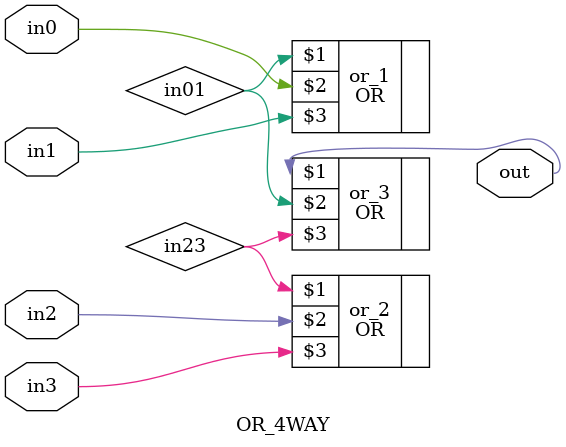
<source format=v>
module OR_4WAY(out,in0,in1,in2,in3);
output out;
input in0,in1,in2,in3;
wire in01,in23;
OR or_1(in01,in0,in1);
OR or_2(in23,in2,in3);
OR or_3(out,in01,in23);
endmodule

</source>
